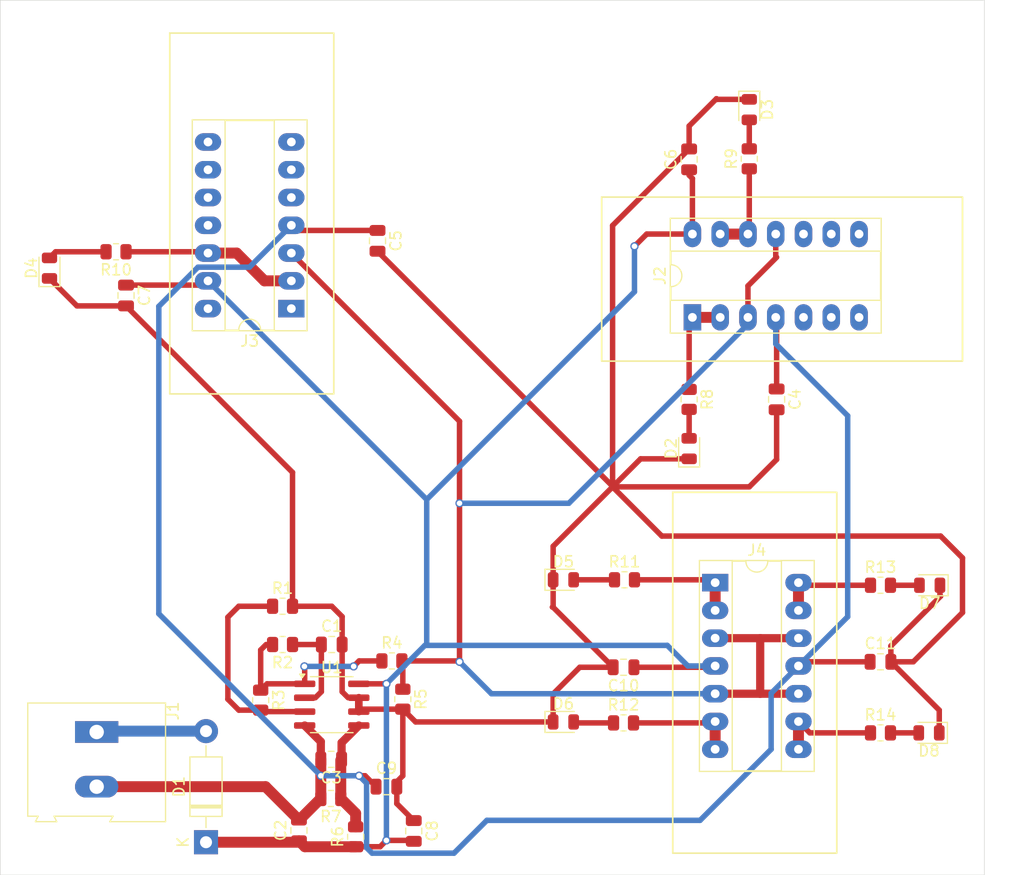
<source format=kicad_pcb>
(kicad_pcb (version 20240108) (generator "pcbnew") (generator_version "8.0")
  (layers (0 "F.Cu" mixed) (31 "B.Cu" mixed) (34 "B.Paste" user) (35 "F.Paste" user) (36 "B.SilkS" user "B.Silkscreen") (37 "F.SilkS" user "F.Silkscreen") (38 "B.Mask" user) (39 "F.Mask" user) (44 "Edge.Cuts" user))
  (net 0 "")
  (net 1 "Net-(U1A--)")
  (net 2 "Vgnd")
  (net 3 "Vneg")
  (net 4 "Vpos")
  (net 5 "Net-(U1B-+)")
  (net 6 "Net-(D1-A)")
  (net 7 "Net-(D3-AK)")
  (net 8 "Net-(D4-AK)")
  (net 9 "Net-(D5-AK)")
  (net 10 "Net-(D6-AK)")
  (net 11 "Net-(D7-AK)")
  (net 12 "Net-(D8-AK)")
  (net 13 "Net-(J2-Pin_1)")
  (net 14 "Net-(J2-Pin_12)")
  (net 26 "Net-(J3-Pin_12)")
  (net 31 "Net-(J4-Pin_13)")
  (net 32 "Net-(J4-Pin_1)")
  (net 33 "Net-(J4-Pin_6)")
  (net 34 "Net-(J4-Pin_8)")
  (net 35 "Net-(U1A-+)")
  (net 36 "Net-(R2-Pad2)")
  (net 37 "Net-(D2-AK)")
  (net 38 "+VSW")
  (footprint "Resistor_SMD:R_0805_2012Metric" (layer "F.Cu") (at 129 114)
    (property "Reference" "R14" (at 0 -1.65 0) (layer "F.SilkS"))
    (property "Value" "1k")
    (fp_line (start -0.227064 -0.735) (end 0.227064 -0.735) (stroke (width 0.12)) (layer "F.SilkS"))
    (fp_line (start -0.227064 0.735) (end 0.227064 0.735) (stroke (width 0.12)) (layer "F.SilkS"))
    (pad "1" smd roundrect (at -0.9125 0) (size 1.025 1.4) (layers "F.Cu" "F.Paste" "F.Mask") (roundrect_rratio 0.243902) (net 34 "Net-(J4-Pin_8)"))
    (pad "2" smd roundrect (at 0.9125 0) (size 1.025 1.4) (layers "F.Cu" "F.Paste" "F.Mask") (roundrect_rratio 0.243902) (net 12 "Net-(D8-AK)"))
  )
  (footprint "Capacitor_SMD:C_0805_2012Metric" (layer "F.Cu") (at 60 74 -90)
    (property "Reference" "C7" (at 0 -1.68 90) (layer "F.SilkS"))
    (property "Value" "0.1uF")
    (fp_line (start -0.261252 0.735) (end 0.261252 0.735) (stroke (width 0.12)) (layer "F.SilkS"))
    (fp_line (start -0.261252 -0.735) (end 0.261252 -0.735) (stroke (width 0.12)) (layer "F.SilkS"))
    (pad "1" smd roundrect (at -0.95 0 270) (size 1 1.45) (layers "F.Cu" "F.Paste" "F.Mask") (net 4 "Vpos"))
    (pad "2" smd roundrect (at 0.95 0 270) (size 1 1.45) (layers "F.Cu" "F.Paste" "F.Mask") (net 2 "Vgnd"))
  )
  (footprint "Capacitor_SMD:C_0805_2012Metric" (layer "F.Cu") (at 75.815 122.92 90)
    (property "Reference" "C2" (at 0 -1.68 90) (layer "F.SilkS"))
    (property "Value" "0.1uF")
    (fp_line (start -0.261252 -0.735) (end 0.261252 -0.735) (stroke (width 0.12)) (layer "F.SilkS"))
    (fp_line (start -0.261252 0.735) (end 0.261252 0.735) (stroke (width 0.12)) (layer "F.SilkS"))
    (pad "1" smd roundrect (at -0.95 0 90) (size 1 1.45) (layers "F.Cu" "F.Paste" "F.Mask") (net 4 "Vpos"))
    (pad "2" smd roundrect (at 0.95 0 90) (size 1 1.45) (layers "F.Cu" "F.Paste" "F.Mask") (net 3 "Vneg"))
  )
  (footprint "LED_SMD:LED_0805_2012Metric" (layer "F.Cu") (at 111.5 88 90)
    (property "Reference" "D2" (at 0 -1.65 90) (layer "F.SilkS"))
    (property "Value" "LED_Dual_Bidirectional")
    (fp_line (start 1 -0.96) (end -1.685 -0.96) (stroke (width 0.12)) (layer "F.SilkS"))
    (fp_line (start -1.685 -0.96) (end -1.685 0.96) (stroke (width 0.12)) (layer "F.SilkS"))
    (fp_line (start -1.685 0.96) (end 1 0.96) (stroke (width 0.12)) (layer "F.SilkS"))
    (pad "1" smd roundrect (at -0.9375 0 90) (size 0.975 1.4) (layers "F.Cu" "F.Paste" "F.Mask") (net 2 "Vgnd"))
    (pad "2" smd roundrect (at 0.9375 0 90) (size 0.975 1.4) (layers "F.Cu" "F.Paste" "F.Mask") (net 37 "Net-(D2-AK)"))
  )
  (footprint "Package_SO:SOIC-8_3.9x4.9mm_P1.27mm" (layer "F.Cu") (at 78.815 111.42)
    (property "Reference" "U1" (at 0 -3.4 0) (layer "F.SilkS"))
    (property "Value" "TL072")
    (fp_line (start 0 -2.56) (end -1.95 -2.56) (stroke (width 0.12)) (layer "F.SilkS"))
    (fp_line (start 0 -2.56) (end 1.95 -2.56) (stroke (width 0.12)) (layer "F.SilkS"))
    (fp_line (start 0 2.56) (end -1.95 2.56) (stroke (width 0.12)) (layer "F.SilkS"))
    (fp_line (start 0 2.56) (end 1.95 2.56) (stroke (width 0.12)) (layer "F.SilkS"))
    (fp_poly (pts (xy -2.7 -2.465) (xy -2.94 -2.795) (xy -2.46 -2.795) (xy -2.7 -2.465)) (stroke (width 0.12)) (fill solid) (layer "F.SilkS"))
    (pad "1" smd roundrect (at -2.475 -1.905) (size 1.95 0.6) (layers "F.Cu" "F.Paste" "F.Mask") (net 36 "Net-(R2-Pad2)"))
    (pad "2" smd roundrect (at -2.475 -0.635) (size 1.95 0.6) (layers "F.Cu" "F.Paste" "F.Mask") (net 1 "Net-(U1A--)"))
    (pad "3" smd roundrect (at -2.475 0.635) (size 1.95 0.6) (layers "F.Cu" "F.Paste" "F.Mask") (net 35 "Net-(U1A-+)"))
    (pad "4" smd roundrect (at -2.475 1.905) (size 1.95 0.6) (layers "F.Cu" "F.Paste" "F.Mask") (net 3 "Vneg"))
    (pad "5" smd roundrect (at 2.475 1.905) (size 1.95 0.6) (layers "F.Cu" "F.Paste" "F.Mask") (net 5 "Net-(U1B-+)"))
    (pad "6" smd roundrect (at 2.475 0.635) (size 1.95 0.6) (layers "F.Cu" "F.Paste" "F.Mask") (net 2 "Vgnd"))
    (pad "7" smd roundrect (at 2.475 -0.635) (size 1.95 0.6) (layers "F.Cu" "F.Paste" "F.Mask") (net 2 "Vgnd"))
    (pad "8" smd roundrect (at 2.475 -1.905) (size 1.95 0.6) (layers "F.Cu" "F.Paste" "F.Mask") (net 4 "Vpos"))
  )
  (footprint "Package_DIP:CERDIP-14_W7.62mm_SideBrazed_LongPads_Socket" (layer "F.Cu") (at 75.12 75.2 180)
    (property "Reference" "J3" (at 3.81 -2.965 0) (layer "F.SilkS"))
    (property "Value" "x1 OpAmp ZIF")
    (fp_line (start 9.06 17.265) (end 9.06 -2.025) (stroke (width 0.12)) (layer "F.SilkS"))
    (fp_line (start 9.06 -2.025) (end -1.44 -2.025) (stroke (width 0.12)) (layer "F.SilkS"))
    (fp_line (start 6.06 17.205) (end 6.06 -1.965) (stroke (width 0.12)) (layer "F.SilkS"))
    (fp_line (start 6.06 -1.965) (end 4.81 -1.965) (stroke (width 0.12)) (layer "F.SilkS"))
    (fp_line (start 2.81 -1.965) (end 1.56 -1.965) (stroke (width 0.12)) (layer "F.SilkS"))
    (fp_line (start 1.56 17.205) (end 6.06 17.205) (stroke (width 0.12)) (layer "F.SilkS"))
    (fp_line (start 1.56 -1.965) (end 1.56 17.205) (stroke (width 0.12)) (layer "F.SilkS"))
    (fp_line (start -1.44 17.265) (end 9.06 17.265) (stroke (width 0.12)) (layer "F.SilkS"))
    (fp_line (start -1.44 -2.025) (end -1.44 17.265) (stroke (width 0.12)) (layer "F.SilkS"))
    (fp_arc (start 4.81 -1.965) (mid 3.81 -0.965) (end 2.81 -1.965) (stroke (width 0.12)) (layer "F.SilkS"))
    (pad "1" thru_hole rect (at 0 0 180) (size 2.4 1.6) (drill 0.8) (layers "*.Cu" "*.Mask"))
    (pad "2" thru_hole oval (at 0 2.54 180) (size 2.4 1.6) (drill 0.8) (layers "*.Cu" "*.Mask") (net 26 "Net-(J3-Pin_12)"))
    (pad "3" thru_hole oval (at 0 5.08 180) (size 2.4 1.6) (drill 0.8) (layers "*.Cu" "*.Mask") (net 38 "+VSW"))
    (pad "4" thru_hole oval (at 0 7.62 180) (size 2.4 1.6) (drill 0.8) (layers "*.Cu" "*.Mask") (net 3 "Vneg"))
    (pad "5" thru_hole oval (at 0 10.16 180) (size 2.4 1.6) (drill 0.8) (layers "*.Cu" "*.Mask"))
    (pad "6" thru_hole oval (at 0 12.7 180) (size 2.4 1.6) (drill 0.8) (layers "*.Cu" "*.Mask"))
    (pad "7" thru_hole oval (at 0 15.24 180) (size 2.4 1.6) (drill 0.8) (layers "*.Cu" "*.Mask"))
    (pad "8" thru_hole oval (at 7.62 15.24 180) (size 2.4 1.6) (drill 0.8) (layers "*.Cu" "*.Mask"))
    (pad "9" thru_hole oval (at 7.62 12.7 180) (size 2.4 1.6) (drill 0.8) (layers "*.Cu" "*.Mask"))
    (pad "10" thru_hole oval (at 7.62 10.16 180) (size 2.4 1.6) (drill 0.8) (layers "*.Cu" "*.Mask"))
    (pad "11" thru_hole oval (at 7.62 7.62 180) (size 2.4 1.6) (drill 0.8) (layers "*.Cu" "*.Mask"))
    (pad "12" thru_hole oval (at 7.62 5.08 180) (size 2.4 1.6) (drill 0.8) (layers "*.Cu" "*.Mask") (net 26 "Net-(J3-Pin_12)"))
    (pad "13" thru_hole oval (at 7.62 2.54 180) (size 2.4 1.6) (drill 0.8) (layers "*.Cu" "*.Mask") (net 4 "Vpos"))
    (pad "14" thru_hole oval (at 7.62 0 180) (size 2.4 1.6) (drill 0.8) (layers "*.Cu" "*.Mask"))
  )
  (footprint "Resistor_SMD:R_0805_2012Metric" (layer "F.Cu") (at 74.315 102.42)
    (property "Reference" "R1" (at 0 -1.65 0) (layer "F.SilkS"))
    (property "Value" "10k")
    (fp_line (start -0.227064 -0.735) (end 0.227064 -0.735) (stroke (width 0.12)) (layer "F.SilkS"))
    (fp_line (start -0.227064 0.735) (end 0.227064 0.735) (stroke (width 0.12)) (layer "F.SilkS"))
    (pad "1" smd roundrect (at -0.9125 0) (size 1.025 1.4) (layers "F.Cu" "F.Paste" "F.Mask") (roundrect_rratio 0.243902) (net 35 "Net-(U1A-+)"))
    (pad "2" smd roundrect (at 0.9125 0) (size 1.025 1.4) (layers "F.Cu" "F.Paste" "F.Mask") (roundrect_rratio 0.243902) (net 2 "Vgnd"))
  )
  (footprint "LED_SMD:LED_0805_2012Metric" (layer "F.Cu") (at 53 71.5 90)
    (property "Reference" "D4" (at 0 -1.65 90) (layer "F.SilkS"))
    (property "Value" "LED_Dual_Bidirectional")
    (fp_line (start 1 -0.96) (end -1.685 -0.96) (stroke (width 0.12)) (layer "F.SilkS"))
    (fp_line (start -1.685 -0.96) (end -1.685 0.96) (stroke (width 0.12)) (layer "F.SilkS"))
    (fp_line (start -1.685 0.96) (end 1 0.96) (stroke (width 0.12)) (layer "F.SilkS"))
    (pad "1" smd roundrect (at -0.9375 0 90) (size 0.975 1.4) (layers "F.Cu" "F.Paste" "F.Mask") (net 2 "Vgnd"))
    (pad "2" smd roundrect (at 0.9375 0 90) (size 0.975 1.4) (layers "F.Cu" "F.Paste" "F.Mask") (net 8 "Net-(D4-AK)"))
  )
  (footprint "Resistor_SMD:R_0805_2012Metric" (layer "F.Cu") (at 78.7275 120 180)
    (property "Reference" "R7" (at 0 -1.65 0) (layer "F.SilkS"))
    (property "Value" "47k")
    (fp_line (start -0.227064 0.735) (end 0.227064 0.735) (stroke (width 0.12)) (layer "F.SilkS"))
    (fp_line (start -0.227064 -0.735) (end 0.227064 -0.735) (stroke (width 0.12)) (layer "F.SilkS"))
    (pad "1" smd roundrect (at -0.9125 0 180) (size 1.025 1.4) (layers "F.Cu" "F.Paste" "F.Mask") (roundrect_rratio 0.243902) (net 5 "Net-(U1B-+)"))
    (pad "2" smd roundrect (at 0.9125 0 180) (size 1.025 1.4) (layers "F.Cu" "F.Paste" "F.Mask") (roundrect_rratio 0.243902) (net 3 "Vneg"))
  )
  (footprint "LED_SMD:LED_0805_2012Metric" (layer "F.Cu") (at 117 57 -90)
    (property "Reference" "D3" (at 0 -1.65 90) (layer "F.SilkS"))
    (property "Value" "LED_Dual_Bidirectional")
    (fp_line (start -1.685 0.96) (end 1 0.96) (stroke (width 0.12)) (layer "F.SilkS"))
    (fp_line (start -1.685 -0.96) (end -1.685 0.96) (stroke (width 0.12)) (layer "F.SilkS"))
    (fp_line (start 1 -0.96) (end -1.685 -0.96) (stroke (width 0.12)) (layer "F.SilkS"))
    (pad "1" smd roundrect (at -0.9375 0 270) (size 0.975 1.4) (layers "F.Cu" "F.Paste" "F.Mask") (net 2 "Vgnd"))
    (pad "2" smd roundrect (at 0.9375 0 270) (size 0.975 1.4) (layers "F.Cu" "F.Paste" "F.Mask") (net 7 "Net-(D3-AK)"))
  )
  (footprint "Resistor_SMD:R_0805_2012Metric" (layer "F.Cu") (at 117 61.5 90)
    (property "Reference" "R9" (at 0 -1.65 90) (layer "F.SilkS"))
    (property "Value" "1k")
    (fp_line (start -0.227064 -0.735) (end 0.227064 -0.735) (stroke (width 0.12)) (layer "F.SilkS"))
    (fp_line (start -0.227064 0.735) (end 0.227064 0.735) (stroke (width 0.12)) (layer "F.SilkS"))
    (pad "1" smd roundrect (at -0.9125 0 90) (size 1.025 1.4) (layers "F.Cu" "F.Paste" "F.Mask") (roundrect_rratio 0.243902) (net 14 "Net-(J2-Pin_12)"))
    (pad "2" smd roundrect (at 0.9125 0 90) (size 1.025 1.4) (layers "F.Cu" "F.Paste" "F.Mask") (roundrect_rratio 0.243902) (net 7 "Net-(D3-AK)"))
  )
  (footprint "Capacitor_SMD:C_0805_2012Metric" (layer "F.Cu") (at 119.5 83.5 -90)
    (property "Reference" "C4" (at 0 -1.68 90) (layer "F.SilkS"))
    (property "Value" "0.1uF")
    (fp_line (start -0.261252 0.735) (end 0.261252 0.735) (stroke (width 0.12)) (layer "F.SilkS"))
    (fp_line (start -0.261252 -0.735) (end 0.261252 -0.735) (stroke (width 0.12)) (layer "F.SilkS"))
    (pad "1" smd roundrect (at -0.95 0 270) (size 1 1.45) (layers "F.Cu" "F.Paste" "F.Mask") (net 3 "Vneg"))
    (pad "2" smd roundrect (at 0.95 0 270) (size 1 1.45) (layers "F.Cu" "F.Paste" "F.Mask") (net 2 "Vgnd"))
  )
  (footprint "Resistor_SMD:R_0805_2012Metric" (layer "F.Cu") (at 105.5875 100)
    (property "Reference" "R11" (at 0 -1.65 0) (layer "F.SilkS"))
    (property "Value" "1k")
    (fp_line (start -0.227064 -0.735) (end 0.227064 -0.735) (stroke (width 0.12)) (layer "F.SilkS"))
    (fp_line (start -0.227064 0.735) (end 0.227064 0.735) (stroke (width 0.12)) (layer "F.SilkS"))
    (pad "1" smd roundrect (at -0.9125 0) (size 1.025 1.4) (layers "F.Cu" "F.Paste" "F.Mask") (roundrect_rratio 0.243902) (net 9 "Net-(D5-AK)"))
    (pad "2" smd roundrect (at 0.9125 0) (size 1.025 1.4) (layers "F.Cu" "F.Paste" "F.Mask") (roundrect_rratio 0.243902) (net 32 "Net-(J4-Pin_1)"))
  )
  (footprint "Capacitor_SMD:C_0805_2012Metric" (layer "F.Cu") (at 105.5 108 180)
    (property "Reference" "C10" (at 0 -1.68 0) (layer "F.SilkS"))
    (property "Value" "0.1uF")
    (fp_line (start -0.261252 0.735) (end 0.261252 0.735) (stroke (width 0.12)) (layer "F.SilkS"))
    (fp_line (start -0.261252 -0.735) (end 0.261252 -0.735) (stroke (width 0.12)) (layer "F.SilkS"))
    (pad "1" smd roundrect (at -0.95 0 180) (size 1 1.45) (layers "F.Cu" "F.Paste" "F.Mask") (net 4 "Vpos"))
    (pad "2" smd roundrect (at 0.95 0 180) (size 1 1.45) (layers "F.Cu" "F.Paste" "F.Mask") (net 2 "Vgnd"))
  )
  (footprint "Capacitor_SMD:C_0805_2012Metric" (layer "F.Cu") (at 78.765 116.42 180)
    (property "Reference" "C3" (at 0 -1.68 0) (layer "F.SilkS"))
    (property "Value" "0.1uF")
    (fp_line (start -0.261252 0.735) (end 0.261252 0.735) (stroke (width 0.12)) (layer "F.SilkS"))
    (fp_line (start -0.261252 -0.735) (end 0.261252 -0.735) (stroke (width 0.12)) (layer "F.SilkS"))
    (pad "1" smd roundrect (at -0.95 0 180) (size 1 1.45) (layers "F.Cu" "F.Paste" "F.Mask") (net 5 "Net-(U1B-+)"))
    (pad "2" smd roundrect (at 0.95 0 180) (size 1 1.45) (layers "F.Cu" "F.Paste" "F.Mask") (net 3 "Vneg"))
  )
  (footprint "Resistor_SMD:R_0805_2012Metric" (layer "F.Cu") (at 111.5 83.5 -90)
    (property "Reference" "R8" (at 0 -1.65 90) (layer "F.SilkS"))
    (property "Value" "1k")
    (fp_line (start -0.227064 0.735) (end 0.227064 0.735) (stroke (width 0.12)) (layer "F.SilkS"))
    (fp_line (start -0.227064 -0.735) (end 0.227064 -0.735) (stroke (width 0.12)) (layer "F.SilkS"))
    (pad "1" smd roundrect (at -0.9125 0 270) (size 1.025 1.4) (layers "F.Cu" "F.Paste" "F.Mask") (roundrect_rratio 0.243902) (net 13 "Net-(J2-Pin_1)"))
    (pad "2" smd roundrect (at 0.9125 0 270) (size 1.025 1.4) (layers "F.Cu" "F.Paste" "F.Mask") (roundrect_rratio 0.243902) (net 37 "Net-(D2-AK)"))
  )
  (footprint "Capacitor_SMD:C_0805_2012Metric" (layer "F.Cu") (at 129 107.5)
    (property "Reference" "C11" (at 0 -1.68 0) (layer "F.SilkS"))
    (property "Value" "0.1uF")
    (fp_line (start -0.261252 -0.735) (end 0.261252 -0.735) (stroke (width 0.12)) (layer "F.SilkS"))
    (fp_line (start -0.261252 0.735) (end 0.261252 0.735) (stroke (width 0.12)) (layer "F.SilkS"))
    (pad "1" smd roundrect (at -0.95 0) (size 1 1.45) (layers "F.Cu" "F.Paste" "F.Mask") (net 3 "Vneg"))
    (pad "2" smd roundrect (at 0.95 0) (size 1 1.45) (layers "F.Cu" "F.Paste" "F.Mask") (net 2 "Vgnd"))
  )
  (footprint "LED_SMD:LED_0805_2012Metric" (layer "F.Cu") (at 133.5 100.5 180)
    (property "Reference" "D7" (at 0 -1.65 0) (layer "F.SilkS"))
    (property "Value" "LED_Dual_Bidirectional")
    (fp_line (start 1 -0.96) (end -1.685 -0.96) (stroke (width 0.12)) (layer "F.SilkS"))
    (fp_line (start -1.685 0.96) (end 1 0.96) (stroke (width 0.12)) (layer "F.SilkS"))
    (fp_line (start -1.685 -0.96) (end -1.685 0.96) (stroke (width 0.12)) (layer "F.SilkS"))
    (pad "1" smd roundrect (at -0.9375 0 180) (size 0.975 1.4) (layers "F.Cu" "F.Paste" "F.Mask") (net 2 "Vgnd"))
    (pad "2" smd roundrect (at 0.9375 0 180) (size 0.975 1.4) (layers "F.Cu" "F.Paste" "F.Mask") (net 11 "Net-(D7-AK)"))
  )
  (footprint "Capacitor_SMD:C_0805_2012Metric" (layer "F.Cu") (at 83.815 118.92)
    (property "Reference" "C9" (at 0 -1.68 0) (layer "F.SilkS"))
    (property "Value" "0.1uF")
    (fp_line (start -0.261252 -0.735) (end 0.261252 -0.735) (stroke (width 0.12)) (layer "F.SilkS"))
    (fp_line (start -0.261252 0.735) (end 0.261252 0.735) (stroke (width 0.12)) (layer "F.SilkS"))
    (pad "1" smd roundrect (at -0.95 0) (size 1 1.45) (layers "F.Cu" "F.Paste" "F.Mask") (net 3 "Vneg"))
    (pad "2" smd roundrect (at 0.95 0) (size 1 1.45) (layers "F.Cu" "F.Paste" "F.Mask") (net 2 "Vgnd"))
  )
  (footprint "Resistor_SMD:R_0805_2012Metric" (layer "F.Cu") (at 105.5 113.0875)
    (property "Reference" "R12" (at 0 -1.65 0) (layer "F.SilkS"))
    (property "Value" "1k")
    (fp_line (start -0.227064 -0.735) (end 0.227064 -0.735) (stroke (width 0.12)) (layer "F.SilkS"))
    (fp_line (start -0.227064 0.735) (end 0.227064 0.735) (stroke (width 0.12)) (layer "F.SilkS"))
    (pad "1" smd roundrect (at -0.9125 0) (size 1.025 1.4) (layers "F.Cu" "F.Paste" "F.Mask") (roundrect_rratio 0.243902) (net 10 "Net-(D6-AK)"))
    (pad "2" smd roundrect (at 0.9125 0) (size 1.025 1.4) (layers "F.Cu" "F.Paste" "F.Mask") (roundrect_rratio 0.243902) (net 33 "Net-(J4-Pin_6)"))
  )
  (footprint "Diode_THT:D_DO-41_SOD81_P10.16mm_Horizontal" (layer "F.Cu") (at 67.315 124 90)
    (property "Reference" "D1" (at 5.08 -2.47 90) (layer "F.SilkS"))
    (property "Value" "1N4002")
    (fp_line (start 7.8 -1.47) (end 2.36 -1.47) (stroke (width 0.12)) (layer "F.SilkS"))
    (fp_line (start 3.38 -1.47) (end 3.38 1.47) (stroke (width 0.12)) (layer "F.SilkS"))
    (fp_line (start 3.26 -1.47) (end 3.26 1.47) (stroke (width 0.12)) (layer "F.SilkS"))
    (fp_line (start 3.14 -1.47) (end 3.14 1.47) (stroke (width 0.12)) (layer "F.SilkS"))
    (fp_line (start 2.36 -1.47) (end 2.36 1.47) (stroke (width 0.12)) (layer "F.SilkS"))
    (fp_line (start 8.82 0) (end 7.8 0) (stroke (width 0.12)) (layer "F.SilkS"))
    (fp_line (start 1.34 0) (end 2.36 0) (stroke (width 0.12)) (layer "F.SilkS"))
    (fp_line (start 7.8 1.47) (end 7.8 -1.47) (stroke (width 0.12)) (layer "F.SilkS"))
    (fp_line (start 2.36 1.47) (end 7.8 1.47) (stroke (width 0.12)) (layer "F.SilkS"))
    (fp_text user "K" (at 0 -2.1 90) (layer "F.SilkS"))
    (pad "1" thru_hole rect (at 0 0 90) (size 2.2 2.2) (drill 1.1) (layers "*.Cu" "*.Mask") (net 4 "Vpos"))
    (pad "2" thru_hole oval (at 10.16 0 90) (size 2.2 2.2) (drill 1.1) (layers "*.Cu" "*.Mask") (net 6 "Net-(D1-A)"))
  )
  (footprint "Capacitor_SMD:C_0805_2012Metric" (layer "F.Cu") (at 78.815 105.92)
    (property "Reference" "C1" (at 0 -1.68 0) (layer "F.SilkS"))
    (property "Value" "1uF")
    (fp_line (start -0.261252 -0.735) (end 0.261252 -0.735) (stroke (width 0.12)) (layer "F.SilkS"))
    (fp_line (start -0.261252 0.735) (end 0.261252 0.735) (stroke (width 0.12)) (layer "F.SilkS"))
    (pad "1" smd roundrect (at -0.95 0) (size 1 1.45) (layers "F.Cu" "F.Paste" "F.Mask") (net 1 "Net-(U1A--)"))
    (pad "2" smd roundrect (at 0.95 0) (size 1 1.45) (layers "F.Cu" "F.Paste" "F.Mask") (net 2 "Vgnd"))
  )
  (footprint "LED_SMD:LED_0805_2012Metric" (layer "F.Cu") (at 100 113)
    (property "Reference" "D6" (at 0 -1.65 0) (layer "F.SilkS"))
    (property "Value" "LED_Dual_Bidirectional")
    (fp_line (start -1.685 -0.96) (end -1.685 0.96) (stroke (width 0.12)) (layer "F.SilkS"))
    (fp_line (start -1.685 0.96) (end 1 0.96) (stroke (width 0.12)) (layer "F.SilkS"))
    (fp_line (start 1 -0.96) (end -1.685 -0.96) (stroke (width 0.12)) (layer "F.SilkS"))
    (pad "1" smd roundrect (at -0.9375 0) (size 0.975 1.4) (layers "F.Cu" "F.Paste" "F.Mask") (net 2 "Vgnd"))
    (pad "2" smd roundrect (at 0.9375 0) (size 0.975 1.4) (layers "F.Cu" "F.Paste" "F.Mask") (net 10 "Net-(D6-AK)"))
  )
  (footprint "Package_DIP:CERDIP-14_W7.62mm_SideBrazed_LongPads_Socket" (layer "F.Cu") (at 113.88 100.26)
    (property "Reference" "J4" (at 3.81 -2.965 0) (layer "F.SilkS"))
    (property "Value" "x4 OpAmp ZIF")
    (fp_line (start -1.44 -2.025) (end -1.44 17.265) (stroke (width 0.12)) (layer "F.SilkS"))
    (fp_line (start -1.44 17.265) (end 9.06 17.265) (stroke (width 0.12)) (layer "F.SilkS"))
    (fp_line (start 1.56 -1.965) (end 1.56 17.205) (stroke (width 0.12)) (layer "F.SilkS"))
    (fp_line (start 1.56 17.205) (end 6.06 17.205) (stroke (width 0.12)) (layer "F.SilkS"))
    (fp_line (start 2.81 -1.965) (end 1.56 -1.965) (stroke (width 0.12)) (layer "F.SilkS"))
    (fp_line (start 6.06 -1.965) (end 4.81 -1.965) (stroke (width 0.12)) (layer "F.SilkS"))
    (fp_line (start 6.06 17.205) (end 6.06 -1.965) (stroke (width 0.12)) (layer "F.SilkS"))
    (fp_line (start 9.06 -2.025) (end -1.44 -2.025) (stroke (width 0.12)) (layer "F.SilkS"))
    (fp_line (start 9.06 17.265) (end 9.06 -2.025) (stroke (width 0.12)) (layer "F.SilkS"))
    (fp_arc (start 4.81 -1.965) (mid 3.81 -0.965) (end 2.81 -1.965) (stroke (width 0.12)) (layer "F.SilkS"))
    (pad "1" thru_hole rect (at 0 0) (size 2.4 1.6) (drill 0.8) (layers "*.Cu" "*.Mask") (net 32 "Net-(J4-Pin_1)"))
    (pad "2" thru_hole oval (at 0 2.54) (size 2.4 1.6) (drill 0.8) (layers "*.Cu" "*.Mask") (net 32 "Net-(J4-Pin_1)"))
    (pad "3" thru_hole oval (at 0 5.08) (size 2.4 1.6) (drill 0.8) (layers "*.Cu" "*.Mask") (net 38 "+VSW"))
    (pad "4" thru_hole oval (at 0 7.62) (size 2.4 1.6) (drill 0.8) (layers "*.Cu" "*.Mask") (net 4 "Vpos"))
    (pad "5" thru_hole oval (at 0 10.16) (size 2.4 1.6) (drill 0.8) (layers "*.Cu" "*.Mask") (net 38 "+VSW"))
    (pad "6" thru_hole oval (at 0 12.7) (size 2.4 1.6) (drill 0.8) (layers "*.Cu" "*.Mask") (net 33 "Net-(J4-Pin_6)"))
    (pad "7" thru_hole oval (at 0 15.24) (size 2.4 1.6) (drill 0.8) (layers "*.Cu" "*.Mask") (net 33 "Net-(J4-Pin_6)"))
    (pad "8" thru_hole oval (at 7.62 15.24) (size 2.4 1.6) (drill 0.8) (layers "*.Cu" "*.Mask") (net 34 "Net-(J4-Pin_8)"))
    (pad "9" thru_hole oval (at 7.62 12.7) (size 2.4 1.6) (drill 0.8) (layers "*.Cu" "*.Mask") (net 34 "Net-(J4-Pin_8)"))
    (pad "10" thru_hole oval (at 7.62 10.16) (size 2.4 1.6) (drill 0.8) (layers "*.Cu" "*.Mask") (net 38 "+VSW"))
    (pad "11" thru_hole oval (at 7.62 7.62) (size 2.4 1.6) (drill 0.8) (layers "*.Cu" "*.Mask") (net 3 "Vneg"))
    (pad "12" thru_hole oval (at 7.62 5.08) (size 2.4 1.6) (drill 0.8) (layers "*.Cu" "*.Mask") (net 38 "+VSW"))
    (pad "13" thru_hole oval (at 7.62 2.54) (size 2.4 1.6) (drill 0.8) (layers "*.Cu" "*.Mask") (net 31 "Net-(J4-Pin_13)"))
    (pad "14" thru_hole oval (at 7.62 0) (size 2.4 1.6) (drill 0.8) (layers "*.Cu" "*.Mask") (net 31 "Net-(J4-Pin_13)"))
  )
  (footprint "Resistor_SMD:R_0805_2012Metric" (layer "F.Cu") (at 84.315 107.42)
    (property "Reference" "R4" (at 0 -1.65 0) (layer "F.SilkS"))
    (property "Value" "2.7k")
    (fp_line (start -0.227064 -0.735) (end 0.227064 -0.735) (stroke (width 0.12)) (layer "F.SilkS"))
    (fp_line (start -0.227064 0.735) (end 0.227064 0.735) (stroke (width 0.12)) (layer "F.SilkS"))
    (pad "1" smd roundrect (at -0.9125 0) (size 1.025 1.4) (layers "F.Cu" "F.Paste" "F.Mask") (roundrect_rratio 0.243902) (net 36 "Net-(R2-Pad2)"))
    (pad "2" smd roundrect (at 0.9125 0) (size 1.025 1.4) (layers "F.Cu" "F.Paste" "F.Mask") (roundrect_rratio 0.243902) (net 38 "+VSW"))
  )
  (footprint "LED_SMD:LED_0805_2012Metric" (layer "F.Cu") (at 133.4375 114 180)
    (property "Reference" "D8" (at 0 -1.65 0) (layer "F.SilkS"))
    (property "Value" "LED_Dual_Bidirectional")
    (fp_line (start 1 -0.96) (end -1.685 -0.96) (stroke (width 0.12)) (layer "F.SilkS"))
    (fp_line (start -1.685 0.96) (end 1 0.96) (stroke (width 0.12)) (layer "F.SilkS"))
    (fp_line (start -1.685 -0.96) (end -1.685 0.96) (stroke (width 0.12)) (layer "F.SilkS"))
    (pad "1" smd roundrect (at -0.9375 0 180) (size 0.975 1.4) (layers "F.Cu" "F.Paste" "F.Mask") (net 2 "Vgnd"))
    (pad "2" smd roundrect (at 0.9375 0 180) (size 0.975 1.4) (layers "F.Cu" "F.Paste" "F.Mask") (net 12 "Net-(D8-AK)"))
  )
  (footprint "Package_DIP:CERDIP-14_W7.62mm_SideBrazed_LongPads_Socket" (layer "F.Cu") (at 111.8 76 90)
    (property "Reference" "J2" (at 3.81 -2.965 90) (layer "F.SilkS"))
    (property "Value" "x2 OpAmp ZIF")
    (fp_line (start 9.06 -2.025) (end -1.44 -2.025) (stroke (width 0.12)) (layer "F.SilkS"))
    (fp_line (start -1.44 -2.025) (end -1.44 17.265) (stroke (width 0.12)) (layer "F.SilkS"))
    (fp_line (start 6.06 -1.965) (end 4.81 -1.965) (stroke (width 0.12)) (layer "F.SilkS"))
    (fp_line (start 2.81 -1.965) (end 1.56 -1.965) (stroke (width 0.12)) (layer "F.SilkS"))
    (fp_line (start 1.56 -1.965) (end 1.56 17.205) (stroke (width 0.12)) (layer "F.SilkS"))
    (fp_line (start 6.06 17.205) (end 6.06 -1.965) (stroke (width 0.12)) (layer "F.SilkS"))
    (fp_line (start 1.56 17.205) (end 6.06 17.205) (stroke (width 0.12)) (layer "F.SilkS"))
    (fp_line (start 9.06 17.265) (end 9.06 -2.025) (stroke (width 0.12)) (layer "F.SilkS"))
    (fp_line (start -1.44 17.265) (end 9.06 17.265) (stroke (width 0.12)) (layer "F.SilkS"))
    (fp_arc (start 4.81 -1.965) (mid 3.81 -0.965) (end 2.81 -1.965) (stroke (width 0.12)) (layer "F.SilkS"))
    (pad "1" thru_hole rect (at 0 0 90) (size 2.4 1.6) (drill 0.8) (layers "*.Cu" "*.Mask") (net 13 "Net-(J2-Pin_1)"))
    (pad "2" thru_hole oval (at 0 2.54 90) (size 2.4 1.6) (drill 0.8) (layers "*.Cu" "*.Mask") (net 13 "Net-(J2-Pin_1)"))
    (pad "3" thru_hole oval (at 0 5.08 90) (size 2.4 1.6) (drill 0.8) (layers "*.Cu" "*.Mask") (net 38 "+VSW"))
    (pad "4" thru_hole oval (at 0 7.62 90) (size 2.4 1.6) (drill 0.8) (layers "*.Cu" "*.Mask") (net 3 "Vneg"))
    (pad "5" thru_hole oval (at 0 10.16 90) (size 2.4 1.6) (drill 0.8) (layers "*.Cu" "*.Mask"))
    (pad "6" thru_hole oval (at 0 12.7 90) (size 2.4 1.6) (drill 0.8) (layers "*.Cu" "*.Mask"))
    (pad "7" thru_hole oval (at 0 15.24 90) (size 2.4 1.6) (drill 0.8) (layers "*.Cu" "*.Mask"))
    (pad "8" thru_hole oval (at 7.62 15.24 90) (size 2.4 1.6) (drill 0.8) (layers "*.Cu" "*.Mask"))
    (pad "9" thru_hole oval (at 7.62 12.7 90) (size 2.4 1.6) (drill 0.8) (layers "*.Cu" "*.Mask"))
    (pad "10" thru_hole oval (at 7.62 10.16 90) (size 2.4 1.6) (drill 0.8) (layers "*.Cu" "*.Mask"))
    (pad "11" thru_hole oval (at 7.62 7.62 90) (size 2.4 1.6) (drill 0.8) (layers "*.Cu" "*.Mask") (net 38 "+VSW"))
    (pad "12" thru_hole oval (at 7.62 5.08 90) (size 2.4 1.6) (drill 0.8) (layers "*.Cu" "*.Mask") (net 14 "Net-(J2-Pin_12)"))
    (pad "13" thru_hole oval (at 7.62 2.54 90) (size 2.4 1.6) (drill 0.8) (layers "*.Cu" "*.Mask") (net 14 "Net-(J2-Pin_12)"))
    (pad "14" thru_hole oval (at 7.62 0 90) (size 2.4 1.6) (drill 0.8) (layers "*.Cu" "*.Mask") (net 4 "Vpos"))
  )
  (footprint "LED_SMD:LED_0805_2012Metric" (layer "F.Cu") (at 100 100)
    (property "Reference" "D5" (at 0 -1.65 0) (layer "F.SilkS"))
    (property "Value" "LED_Dual_Bidirectional")
    (fp_line (start -1.685 -0.96) (end -1.685 0.96) (stroke (width 0.12)) (layer "F.SilkS"))
    (fp_line (start -1.685 0.96) (end 1 0.96) (stroke (width 0.12)) (layer "F.SilkS"))
    (fp_line (start 1 -0.96) (end -1.685 -0.96) (stroke (width 0.12)) (layer "F.SilkS"))
    (pad "1" smd roundrect (at -0.9375 0) (size 0.975 1.4) (layers "F.Cu" "F.Paste" "F.Mask") (net 2 "Vgnd"))
    (pad "2" smd roundrect (at 0.9375 0) (size 0.975 1.4) (layers "F.Cu" "F.Paste" "F.Mask") (net 9 "Net-(D5-AK)"))
  )
  (footprint "Resistor_SMD:R_0805_2012Metric" (layer "F.Cu") (at 129 100.5)
    (property "Reference" "R13" (at 0 -1.65 0) (layer "F.SilkS"))
    (property "Value" "1k")
    (fp_line (start -0.227064 -0.735) (end 0.227064 -0.735) (stroke (width 0.12)) (layer "F.SilkS"))
    (fp_line (start -0.227064 0.735) (end 0.227064 0.735) (stroke (width 0.12)) (layer "F.SilkS"))
    (pad "1" smd roundrect (at -0.9125 0) (size 1.025 1.4) (layers "F.Cu" "F.Paste" "F.Mask") (roundrect_rratio 0.243902) (net 31 "Net-(J4-Pin_13)"))
    (pad "2" smd roundrect (at 0.9125 0) (size 1.025 1.4) (layers "F.Cu" "F.Paste" "F.Mask") (roundrect_rratio 0.243902) (net 11 "Net-(D7-AK)"))
  )
  (footprint "Resistor_SMD:R_0805_2012Metric" (layer "F.Cu") (at 59.0875 70 180)
    (property "Reference" "R10" (at 0 -1.65 0) (layer "F.SilkS"))
    (property "Value" "1k")
    (fp_line (start -0.227064 0.735) (end 0.227064 0.735) (stroke (width 0.12)) (layer "F.SilkS"))
    (fp_line (start -0.227064 -0.735) (end 0.227064 -0.735) (stroke (width 0.12)) (layer "F.SilkS"))
    (pad "1" smd roundrect (at -0.9125 0 180) (size 1.025 1.4) (layers "F.Cu" "F.Paste" "F.Mask") (roundrect_rratio 0.243902) (net 26 "Net-(J3-Pin_12)"))
    (pad "2" smd roundrect (at 0.9125 0 180) (size 1.025 1.4) (layers "F.Cu" "F.Paste" "F.Mask") (roundrect_rratio 0.243902) (net 8 "Net-(D4-AK)"))
  )
  (footprint "Capacitor_SMD:C_0805_2012Metric" (layer "F.Cu") (at 86.315 122.97 -90)
    (property "Reference" "C8" (at 0 -1.68 90) (layer "F.SilkS"))
    (property "Value" "0.1uF")
    (fp_line (start -0.261252 0.735) (end 0.261252 0.735) (stroke (width 0.12)) (layer "F.SilkS"))
    (fp_line (start -0.261252 -0.735) (end 0.261252 -0.735) (stroke (width 0.12)) (layer "F.SilkS"))
    (pad "1" smd roundrect (at -0.95 0 270) (size 1 1.45) (layers "F.Cu" "F.Paste" "F.Mask") (net 2 "Vgnd"))
    (pad "2" smd roundrect (at 0.95 0 270) (size 1 1.45) (layers "F.Cu" "F.Paste" "F.Mask") (net 4 "Vpos"))
  )
  (footprint "Resistor_SMD:R_0805_2012Metric" (layer "F.Cu") (at 74.315 105.92 180)
    (property "Reference" "R2" (at 0 -1.65 0) (layer "F.SilkS"))
    (property "Value" "100k")
    (fp_line (start -0.227064 0.735) (end 0.227064 0.735) (stroke (width 0.12)) (layer "F.SilkS"))
    (fp_line (start -0.227064 -0.735) (end 0.227064 -0.735) (stroke (width 0.12)) (layer "F.SilkS"))
    (pad "1" smd roundrect (at -0.9125 0 180) (size 1.025 1.4) (layers "F.Cu" "F.Paste" "F.Mask") (roundrect_rratio 0.243902) (net 1 "Net-(U1A--)"))
    (pad "2" smd roundrect (at 0.9125 0 180) (size 1.025 1.4) (layers "F.Cu" "F.Paste" "F.Mask") (roundrect_rratio 0.243902) (net 36 "Net-(R2-Pad2)"))
  )
  (footprint "Capacitor_SMD:C_0805_2012Metric" (layer "F.Cu") (at 83 69 -90)
    (property "Reference" "C5" (at 0 -1.68 90) (layer "F.SilkS"))
    (property "Value" "0.1uF")
    (fp_line (start -0.261252 0.735) (end 0.261252 0.735) (stroke (width 0.12)) (layer "F.SilkS"))
    (fp_line (start -0.261252 -0.735) (end 0.261252 -0.735) (stroke (width 0.12)) (layer "F.SilkS"))
    (pad "1" smd roundrect (at -0.95 0 270) (size 1 1.45) (layers "F.Cu" "F.Paste" "F.Mask") (net 3 "Vneg"))
    (pad "2" smd roundrect (at 0.95 0 270) (size 1 1.45) (layers "F.Cu" "F.Paste" "F.Mask") (net 2 "Vgnd"))
  )
  (footprint "Resistor_SMD:R_0805_2012Metric" (layer "F.Cu") (at 85.315 110.92 -90)
    (property "Reference" "R5" (at 0 -1.65 90) (layer "F.SilkS"))
    (property "Value" "10k")
    (fp_line (start -0.227064 0.735) (end 0.227064 0.735) (stroke (width 0.12)) (layer "F.SilkS"))
    (fp_line (start -0.227064 -0.735) (end 0.227064 -0.735) (stroke (width 0.12)) (layer "F.SilkS"))
    (pad "1" smd roundrect (at -0.9125 0 270) (size 1.025 1.4) (layers "F.Cu" "F.Paste" "F.Mask") (roundrect_rratio 0.243902) (net 38 "+VSW"))
    (pad "2" smd roundrect (at 0.9125 0 270) (size 1.025 1.4) (layers "F.Cu" "F.Paste" "F.Mask") (roundrect_rratio 0.243902) (net 2 "Vgnd"))
  )
  (footprint "Capacitor_SMD:C_0805_2012Metric" (layer "F.Cu") (at 111.5 61.55 90)
    (property "Reference" "C6" (at 0 -1.68 90) (layer "F.SilkS"))
    (property "Value" "0.1uF")
    (fp_line (start -0.261252 -0.735) (end 0.261252 -0.735) (stroke (width 0.12)) (layer "F.SilkS"))
    (fp_line (start -0.261252 0.735) (end 0.261252 0.735) (stroke (width 0.12)) (layer "F.SilkS"))
    (pad "1" smd roundrect (at -0.95 0 90) (size 1 1.45) (layers "F.Cu" "F.Paste" "F.Mask") (net 4 "Vpos"))
    (pad "2" smd roundrect (at 0.95 0 90) (size 1 1.45) (layers "F.Cu" "F.Paste" "F.Mask") (net 2 "Vgnd"))
  )
  (footprint "TerminalBlock:TerminalBlock_Altech_AK300-2_P5.00mm" (layer "F.Cu") (at 57.315 113.92 -90)
    (property "Reference" "J1" (at -1.92 -6.99 90) (layer "F.SilkS"))
    (property "Value" "Screw_Terminal_01x02")
    (fp_line (start -2.65 6.3) (end 7.7 6.3) (stroke (width 0.12)) (layer "F.SilkS"))
    (fp_line (start 7.7 6.3) (end 7.7 5.35) (stroke (width 0.12)) (layer "F.SilkS"))
    (fp_line (start 8.2 5.6) (end 8.2 3.7) (stroke (width 0.12)) (layer "F.SilkS"))
    (fp_line (start 7.7 5.35) (end 8.2 5.6) (stroke (width 0.12)) (layer "F.SilkS"))
    (fp_line (start 7.7 3.9) (end 7.7 -1.5) (stroke (width 0.12)) (layer "F.SilkS"))
    (fp_line (start 8.2 3.7) (end 8.2 3.65) (stroke (width 0.12)) (layer "F.SilkS"))
    (fp_line (start 8.2 3.65) (end 7.7 3.9) (stroke (width 0.12)) (layer "F.SilkS"))
    (fp_line (start 8.2 -1.2) (end 8.2 -6.3) (stroke (width 0.12)) (layer "F.SilkS"))
    (fp_line (start 7.7 -1.5) (end 8.2 -1.2) (stroke (width 0.12)) (layer "F.SilkS"))
    (fp_line (start -2.65 -6.3) (end -2.65 6.3) (stroke (width 0.12)) (layer "F.SilkS"))
    (fp_line (start 8.2 -6.3) (end -2.65 -6.3) (stroke (width 0.12)) (layer "F.SilkS"))
    (pad "1" thru_hole rect (at 0 0 270) (size 1.98 3.96) (drill 1.32) (layers "*.Cu" "*.Mask") (net 6 "Net-(D1-A)"))
    (pad "2" thru_hole oval (at 5 0 270) (size 1.98 3.96) (drill 1.32) (layers "*.Cu" "*.Mask") (net 3 "Vneg"))
  )
  (footprint "Resistor_SMD:R_0805_2012Metric" (layer "F.Cu") (at 81 123.5 90)
    (property "Reference" "R6" (at 0 -1.65 90) (layer "F.SilkS"))
    (property "Value" "47k")
    (fp_line (start -0.227064 -0.735) (end 0.227064 -0.735) (stroke (width 0.12)) (layer "F.SilkS"))
    (fp_line (start -0.227064 0.735) (end 0.227064 0.735) (stroke (width 0.12)) (layer "F.SilkS"))
    (pad "1" smd roundrect (at -0.9125 0 90) (size 1.025 1.4) (layers "F.Cu" "F.Paste" "F.Mask") (roundrect_rratio 0.243902) (net 4 "Vpos"))
    (pad "2" smd roundrect (at 0.9125 0 90) (size 1.025 1.4) (layers "F.Cu" "F.Paste" "F.Mask") (roundrect_rratio 0.243902) (net 5 "Net-(U1B-+)"))
  )
  (footprint "Resistor_SMD:R_0805_2012Metric" (layer "F.Cu") (at 72.315 111.0075 -90)
    (property "Reference" "R3" (at 0 -1.65 90) (layer "F.SilkS"))
    (property "Value" "10k")
    (fp_line (start -0.227064 0.735) (end 0.227064 0.735) (stroke (width 0.12)) (layer "F.SilkS"))
    (fp_line (start -0.227064 -0.735) (end 0.227064 -0.735) (stroke (width 0.12)) (layer "F.SilkS"))
    (pad "1" smd roundrect (at -0.9125 0 270) (size 1.025 1.4) (layers "F.Cu" "F.Paste" "F.Mask") (roundrect_rratio 0.243902) (net 36 "Net-(R2-Pad2)"))
    (pad "2" smd roundrect (at 0.9125 0 270) (size 1.025 1.4) (layers "F.Cu" "F.Paste" "F.Mask") (roundrect_rratio 0.243902) (net 35 "Net-(U1A-+)"))
  )
  (gr_rect (start 64 50) (end 79 83) (stroke (width 0.15)) (fill none) (layer "F.SilkS"))
  (gr_rect (start 110 92) (end 125 125) (stroke (width 0.15)) (fill none) (layer "F.SilkS"))
  (gr_rect (start 103.5 65) (end 136.5 80) (stroke (width 0.15)) (fill none) (layer "F.SilkS"))
  (gr_rect (start 48.5 47) (end 138.5 127) (stroke (width 0.05)) (fill none) (layer "Edge.Cuts"))
  (segment (start 77.865 110.234999) (end 77.314999 110.785) (width 0.5) (layer "F.Cu") (net 1))
  (segment (start 77.865 105.92) (end 77.865 110.234999) (width 0.5) (layer "F.Cu") (net 1))
  (segment (start 75.2275 105.92) (end 77.865 105.92) (width 0.5) (layer "F.Cu") (net 1))
  (segment (start 77.314999 110.785) (end 76.34 110.785) (width 0.2032) (layer "F.Cu") (net 1))
  (segment (start 85.315 111.8325) (end 81.5125 111.8325) (width 0.5) (layer "F.Cu") (net 2))
  (segment (start 101.5 108) (end 104.55 108) (width 0.5) (layer "F.Cu") (net 2))
  (segment (start 99 102.5) (end 99.0625 102.4375) (width 0.5) (layer "F.Cu") (net 2))
  (segment (start 99.0625 96.9375) (end 99.0625 100) (width 0.5) (layer "F.Cu") (net 2))
  (segment (start 75.2275 90.1775) (end 75.2275 102.42) (width 0.5) (layer "F.Cu") (net 2))
  (segment (start 134.5 96) (end 136.5 98) (width 0.5) (layer "F.Cu") (net 2))
  (segment (start 60 74.95) (end 75.2275 90.1775) (width 0.5) (layer "F.Cu") (net 2))
  (segment (start 104.55 108) (end 99.05 102.5) (width 0.5) (layer "F.Cu") (net 2))
  (segment (start 99.0625 113) (end 86.4825 113) (width 0.5) (layer "F.Cu") (net 2))
  (segment (start 84.765 120.47) (end 84.765 118.92) (width 0.5) (layer "F.Cu") (net 2))
  (segment (start 104.5 91.5) (end 117 91.5) (width 0.5) (layer "F.Cu") (net 2))
  (segment (start 99.0625 110.4375) (end 101.5 108) (width 0.5) (layer "F.Cu") (net 2))
  (segment (start 111.5 60.6) (end 104.5 67.6) (width 0.5) (layer "F.Cu") (net 2))
  (segment (start 79.765 110.234999) (end 80.315001 110.785) (width 0.5) (layer "F.Cu") (net 2))
  (segment (start 104.5 91.45) (end 104.5 91.5) (width 0.5) (layer "F.Cu") (net 2))
  (segment (start 99.05 102.5) (end 99 102.5) (width 0.5) (layer "F.Cu") (net 2))
  (segment (start 134.5 101.5) (end 134.4375 101.4375) (width 0.5) (layer "F.Cu") (net 2))
  (segment (start 55.5125 74.95) (end 53 72.4375) (width 0.5) (layer "F.Cu") (net 2))
  (segment (start 104.5 91.5) (end 99.0625 96.9375) (width 0.5) (layer "F.Cu") (net 2))
  (segment (start 114 56) (end 114.0625 56.0625) (width 0.5) (layer "F.Cu") (net 2))
  (segment (start 111.5 60.6) (end 111.5 58.5) (width 0.5) (layer "F.Cu") (net 2))
  (segment (start 109 96) (end 134.5 96) (width 0.5) (layer "F.Cu") (net 2))
  (segment (start 84.765 118.47) (end 85.315 117.92) (width 0.5) (layer "F.Cu") (net 2))
  (segment (start 99.0625 113) (end 99.0625 110.4375) (width 0.5) (layer "F.Cu") (net 2))
  (segment (start 99.0625 102.4375) (end 99.0625 100) (width 0.5) (layer "F.Cu") (net 2))
  (segment (start 132 107.5) (end 129.95 107.5) (width 0.5) (layer "F.Cu") (net 2))
  (segment (start 119.5 84.45) (end 119.5 89) (width 0.5) (layer "F.Cu") (net 2))
  (segment (start 111.5 58.5) (end 114 56) (width 0.5) (layer "F.Cu") (net 2))
  (segment (start 129.95 107.5) (end 129.95 106.05) (width 0.5) (layer "F.Cu") (net 2))
  (segment (start 75.2275 102.42) (end 78.815 102.42) (width 0.5) (layer "F.Cu") (net 2))
  (segment (start 60 74.95) (end 55.5125 74.95) (width 0.5) (layer "F.Cu") (net 2))
  (segment (start 104.5 91.5) (end 109 96) (width 0.5) (layer "F.Cu") (net 2))
  (segment (start 78.815 102.42) (end 79.765 103.37) (width 0.5) (layer "F.Cu") (net 2))
  (segment (start 85.315 117.92) (end 85.315 111.8325) (width 0.5) (layer "F.Cu") (net 2))
  (segment (start 79.765 103.37) (end 79.765 105.92) (width 0.5) (layer "F.Cu") (net 2))
  (segment (start 134.375 114) (end 134.375 111.925) (width 0.5) (layer "F.Cu") (net 2))
  (segment (start 79.765 105.92) (end 79.765 110.234999) (width 0.5) (layer "F.Cu") (net 2))
  (segment (start 136.5 103) (end 132 107.5) (width 0.5) (layer "F.Cu") (net 2))
  (segment (start 104.5 91.5) (end 107.0625 88.9375) (width 0.5) (layer "F.Cu") (net 2))
  (segment (start 86.315 122.02) (end 84.765 120.47) (width 0.5) (layer "F.Cu") (net 2))
  (segment (start 80.315001 110.785) (end 81.29 110.785) (width 0.2032) (layer "F.Cu") (net 2))
  (segment (start 114.0625 56.0625) (end 117 56.0625) (width 0.5) (layer "F.Cu") (net 2))
  (segment (start 134.375 111.925) (end 129.95 107.5) (width 0.5) (layer "F.Cu") (net 2))
  (segment (start 81.5125 111.8325) (end 81.29 112.055) (width 0.2032) (layer "F.Cu") (net 2))
  (segment (start 136.5 98) (end 136.5 103) (width 0.5) (layer "F.Cu") (net 2))
  (segment (start 129.95 106.05) (end 134.5 101.5) (width 0.5) (layer "F.Cu") (net 2))
  (segment (start 81.29 112.055) (end 81.29 110.785) (width 0.7) (layer "F.Cu") (net 2))
  (segment (start 104.5 91.5) (end 104.5 67.6) (width 0.5) (layer "F.Cu") (net 2))
  (segment (start 83 69.95) (end 104.5 91.45) (width 0.5) (layer "F.Cu") (net 2))
  (segment (start 107.0625 88.9375) (end 111.5 88.9375) (width 0.5) (layer "F.Cu") (net 2))
  (segment (start 86.4825 113) (end 85.315 111.8325) (width 0.5) (layer "F.Cu") (net 2))
  (segment (start 134.4375 101.4375) (end 134.4375 100.5) (width 0.5) (layer "F.Cu") (net 2))
  (segment (start 119.5 89) (end 117 91.5) (width 0.5) (layer "F.Cu") (net 2))
  (segment (start 82.865 118.92) (end 81.865 117.92) (width 0.5) (layer "F.Cu") (net 3))
  (segment (start 77.815 120) (end 77.815 116.42) (width 1) (layer "F.Cu") (net 3))
  (segment (start 121.88 107.5) (end 121.5 107.88) (width 0.5) (layer "F.Cu") (net 3))
  (segment (start 119.5 82.55) (end 119.5 76.08) (width 0.5) (layer "F.Cu") (net 3))
  (segment (start 119.5 76.08) (end 119.42 76) (width 0.5) (layer "F.Cu") (net 3))
  (segment (start 57.315 118.92) (end 72.765 118.92) (width 1) (layer "F.Cu") (net 3))
  (segment (start 83 68.05) (end 75.59 68.05) (width 0.5) (layer "F.Cu") (net 3))
  (segment (start 77.815 114.8) (end 76.34 113.325) (width 0.75) (layer "F.Cu") (net 3))
  (segment (start 75.845 121.97) (end 77.815 120) (width 1) (layer "F.Cu") (net 3))
  (segment (start 81.865 117.92) (end 81.315 117.92) (width 0.5) (layer "F.Cu") (net 3))
  (segment (start 77.815 116.42) (end 77.815 114.8) (width 0.75) (layer "F.Cu") (net 3))
  (segment (start 128.05 107.5) (end 121.88 107.5) (width 0.5) (layer "F.Cu") (net 3))
  (segment (start 72.765 118.92) (end 75.815 121.97) (width 1) (layer "F.Cu") (net 3))
  (via (at 81.315 117.92) (size 0.75) (drill 0.5) (layers "F.Cu" "B.Cu") (net 3))
  (via (at 77.815 117.92) (size 0.75) (drill 0.5) (layers "F.Cu" "B.Cu") (net 3))
  (segment (start 82.5 125) (end 82 124.5) (width 0.5) (layer "B.Cu") (net 3))
  (segment (start 71.29 71.41) (end 66.582233 71.41) (width 0.5) (layer "B.Cu") (net 3))
  (segment (start 119 115.5) (end 112.5 122) (width 0.5) (layer "B.Cu") (net 3))
  (segment (start 90 125) (end 82.5 125) (width 0.5) (layer "B.Cu") (net 3))
  (segment (start 75.12 67.58) (end 71.29 71.41) (width 0.5) (layer "B.Cu") (net 3))
  (segment (start 63 74.992233) (end 63 103.105) (width 0.5) (layer "B.Cu") (net 3))
  (segment (start 81.315 117.92) (end 77.815 117.92) (width 0.5) (layer "B.Cu") (net 3))
  (segment (start 121.5 107.88) (end 119 110.38) (width 0.5) (layer "B.Cu") (net 3))
  (segment (start 63 103.105) (end 77.815 117.92) (width 0.5) (layer "B.Cu") (net 3))
  (segment (start 82 118.605) (end 81.315 117.92) (width 0.5) (layer "B.Cu") (net 3))
  (segment (start 112.5 122) (end 93 122) (width 0.5) (layer "B.Cu") (net 3))
  (segment (start 119 110.38) (end 119 115.5) (width 0.5) (layer "B.Cu") (net 3))
  (segment (start 126 103.38) (end 121.5 107.88) (width 0.5) (layer "B.Cu") (net 3))
  (segment (start 93 122) (end 90 125) (width 0.5) (layer "B.Cu") (net 3))
  (segment (start 119.42 76) (end 119.42 78.42) (width 0.5) (layer "B.Cu") (net 3))
  (segment (start 66.582233 71.41) (end 63 74.992233) (width 0.5) (layer "B.Cu") (net 3))
  (segment (start 119.42 78.42) (end 126 85) (width 0.5) (layer "B.Cu") (net 3))
  (segment (start 126 85) (end 126 103.38) (width 0.5) (layer "B.Cu") (net 3))
  (segment (start 82 124.5) (end 82 118.605) (width 0.5) (layer "B.Cu") (net 3))
  (segment (start 111.8 63.3) (end 111.8 68.38) (width 0.5) (layer "F.Cu") (net 4))
  (segment (start 111.5 63) (end 111.8 63.3) (width 0.5) (layer "F.Cu") (net 4))
  (segment (start 60 73.05) (end 67.11 73.05) (width 0.5) (layer "F.Cu") (net 4))
  (segment (start 83.235 124.4125) (end 83.815 123.8325) (width 0.5) (layer "F.Cu") (net 4))
  (segment (start 111.5 62.5) (end 111.5 63) (width 0.5) (layer "F.Cu") (net 4))
  (segment (start 106.45 108) (end 113.76 108) (width 0.5) (layer "F.Cu") (net 4))
  (segment (start 76.3575 124.4125) (end 75.815 123.87) (width 1) (layer "F.Cu") (net 4))
  (segment (start 81 124.4125) (end 83.235 124.4125) (width 0.5) (layer "F.Cu") (net 4))
  (segment (start 107.62 68.38) (end 111.8 68.38) (width 0.5) (layer "F.Cu") (net 4))
  (segment (start 83.815 123.8325) (end 86.2275 123.8325) (width 0.5) (layer "F.Cu") (net 4))
  (segment (start 106.5 69.5) (end 107.62 68.38) (width 0.5) (layer "F.Cu") (net 4))
  (segment (start 67.315 124) (end 75.685 124) (width 1) (layer "F.Cu") (net 4))
  (segment (start 81.29 109.515) (end 83.815 109.515) (width 0.5) (layer "F.Cu") (net 4))
  (segment (start 81 124.4125) (end 76.3575 124.4125) (width 1) (layer "F.Cu") (net 4))
  (via (at 106.5 69.5) (size 0.75) (drill 0.5) (layers "F.Cu" "B.Cu") (net 4))
  (via (at 83.815 123.8325) (size 0.75) (drill 0.5) (layers "F.Cu" "B.Cu") (net 4))
  (via (at 83.815 109.515) (size 0.75) (drill 0.5) (layers "F.Cu" "B.Cu") (net 4))
  (segment (start 83.815 109.515) (end 83.815 123.8325) (width 0.5) (layer "B.Cu") (net 4))
  (segment (start 87.33 106) (end 83.815 109.515) (width 0.5) (layer "B.Cu") (net 4))
  (segment (start 106.5 69.5) (end 106.5 73.66) (width 0.5) (layer "B.Cu") (net 4))
  (segment (start 87.5 92.66) (end 87.5 105.83) (width 0.5) (layer "B.Cu") (net 4))
  (segment (start 67.5 72.66) (end 87.5 92.66) (width 0.5) (layer "B.Cu") (net 4))
  (segment (start 111.38 107.88) (end 109.5 106) (width 0.5) (layer "B.Cu") (net 4))
  (segment (start 109.5 106) (end 87.33 106) (width 0.5) (layer "B.Cu") (net 4))
  (segment (start 106.5 73.66) (end 87.5 92.66) (width 0.5) (layer "B.Cu") (net 4))
  (segment (start 113.88 107.88) (end 111.38 107.88) (width 0.5) (layer "B.Cu") (net 4))
  (segment (start 79.64 120) (end 79.64 116.495) (width 1) (layer "F.Cu") (net 5))
  (segment (start 81 122.5875) (end 81 121.36) (width 1) (layer "F.Cu") (net 5))
  (segment (start 79.715 116.42) (end 79.715 114.9) (width 0.75) (layer "F.Cu") (net 5))
  (segment (start 79.715 114.9) (end 81.29 113.325) (width 0.75) (layer "F.Cu") (net 5))
  (segment (start 81 121.36) (end 79.64 120) (width 1) (layer "F.Cu") (net 5))
  (segment (start 67.315 113.84) (end 57.395 113.84) (width 1) (layer "B.Cu") (net 6))
  (segment (start 117 60.5875) (end 117 57.9375) (width 0.5) (layer "F.Cu") (net 7))
  (segment (start 53.5625 70) (end 53 70.5625) (width 0.5) (layer "F.Cu") (net 8))
  (segment (start 58.175 70) (end 53.5625 70) (width 0.5) (layer "F.Cu") (net 8))
  (segment (start 104.675 100) (end 100.9375 100) (width 0.5) (layer "F.Cu") (net 9))
  (segment (start 104.5875 113.0875) (end 101.025 113.0875) (width 0.5) (layer "F.Cu") (net 10))
  (segment (start 132.5625 100.5) (end 129.9125 100.5) (width 0.5) (layer "F.Cu") (net 11))
  (segment (start 129.9125 114) (end 132.5 114) (width 0.5) (layer "F.Cu") (net 12))
  (segment (start 111.5 76.3) (end 111.8 76) (width 0.5) (layer "F.Cu") (net 13))
  (segment (start 111.5 82.5875) (end 111.5 76.3) (width 0.5) (layer "F.Cu") (net 13))
  (segment (start 111.8 76) (end 114.34 76) (width 1) (layer "F.Cu") (net 13))
  (segment (start 114.34 68.38) (end 116.88 68.38) (width 1) (layer "F.Cu") (net 14))
  (segment (start 117 68.26) (end 116.88 68.38) (width 0.5) (layer "F.Cu") (net 14))
  (segment (start 117 62.4125) (end 117 68.26) (width 0.5) (layer "F.Cu") (net 14))
  (segment (start 75.12 72.66) (end 72.66 72.66) (width 1) (layer "F.Cu") (net 26))
  (segment (start 72.66 72.66) (end 70.12 70.12) (width 1) (layer "F.Cu") (net 26))
  (segment (start 70.12 70.12) (end 67.5 70.12) (width 1) (layer "F.Cu") (net 26))
  (segment (start 60 70) (end 67.38 70) (width 0.5) (layer "F.Cu") (net 26))
  (segment (start 128.0875 100.5) (end 121.74 100.5) (width 0.5) (layer "F.Cu") (net 31))
  (segment (start 121.5 100.26) (end 121.5 102.8) (width 1) (layer "F.Cu") (net 31))
  (segment (start 121.74 100.5) (end 121.5 100.26) (width 0.5) (layer "F.Cu") (net 31))
  (segment (start 113.88 102.8) (end 113.88 100.26) (width 1) (layer "F.Cu") (net 32))
  (segment (start 106.5 100) (end 113.62 100) (width 0.5) (layer "F.Cu") (net 32))
  (segment (start 113.88 112.96) (end 113.88 115.5) (width 1) (layer "F.Cu") (net 33))
  (segment (start 106.4125 113.0875) (end 113.7525 113.0875) (width 0.5) (layer "F.Cu") (net 33))
  (segment (start 121.5 112.96) (end 121.5 115.5) (width 1) (layer "F.Cu") (net 34))
  (segment (start 128.0875 114) (end 122.54 114) (width 0.5) (layer "F.Cu") (net 34))
  (segment (start 122.54 114) (end 121.5 112.96) (width 0.5) (layer "F.Cu") (net 34))
  (segment (start 69.315 110.92) (end 70.315 111.92) (width 0.5) (layer "F.Cu") (net 35))
  (segment (start 73.4025 102.42) (end 70.315 102.42) (width 0.5) (layer "F.Cu") (net 35))
  (segment (start 69.315 103.42) (end 69.315 110.92) (width 0.5) (layer "F.Cu") (net 35))
  (segment (start 70.315 111.92) (end 72.315 111.92) (width 0.5) (layer "F.Cu") (net 35))
  (segment (start 76.34 112.055) (end 72.45 112.055) (width 0.5) (layer "F.Cu") (net 35))
  (segment (start 70.315 102.42) (end 69.315 103.42) (width 0.5) (layer "F.Cu") (net 35))
  (segment (start 72.895 109.515) (end 72.315 110.095) (width 0.5) (layer "F.Cu") (net 36))
  (segment (start 73.4025 105.92) (end 72.815 105.92) (width 0.25) (layer "F.Cu") (net 36))
  (segment (start 76.34 109.515) (end 72.895 109.515) (width 0.5) (layer "F.Cu") (net 36))
  (segment (start 76.34 107.945) (end 76.315 107.92) (width 0.25) (layer "F.Cu") (net 36))
  (segment (start 72.315 106.42) (end 72.315 110.095) (width 0.5) (layer "F.Cu") (net 36))
  (segment (start 80.815 107.92) (end 81.315 107.42) (width 0.5) (layer "F.Cu") (net 36))
  (segment (start 72.815 105.92) (end 72.315 106.42) (width 0.5) (layer "F.Cu") (net 36))
  (segment (start 76.34 109.515) (end 76.34 107.945) (width 0.5) (layer "F.Cu") (net 36))
  (segment (start 81.315 107.42) (end 83.4025 107.42) (width 0.5) (layer "F.Cu") (net 36))
  (via (at 80.815 107.92) (size 0.75) (drill 0.5) (layers "F.Cu" "B.Cu") (net 36))
  (via (at 76.315 107.92) (size 0.75) (drill 0.5) (layers "F.Cu" "B.Cu") (net 36))
  (segment (start 76.315 107.92) (end 80.815 107.92) (width 0.5) (layer "B.Cu") (net 36))
  (segment (start 111.5 87.0625) (end 111.5 84.4125) (width 0.5) (layer "F.Cu") (net 37))
  (segment (start 90.42 107.42) (end 85.2275 107.42) (width 0.5) (layer "F.Cu") (net 38))
  (segment (start 118 110.42) (end 118 105.34) (width 0.75) (layer "F.Cu") (net 38))
  (segment (start 85.315 110.0075) (end 85.315 107.5075) (width 0.5) (layer "F.Cu") (net 38))
  (segment (start 121.5 110.42) (end 118 110.42) (width 0.75) (layer "F.Cu") (net 38))
  (segment (start 116.88 76) (end 116.88 73.12) (width 0.5) (layer "F.Cu") (net 38))
  (segment (start 90.5 93) (end 90.5 85.5) (width 0.5) (layer "F.Cu") (net 38))
  (segment (start 118 110.42) (end 113.88 110.42) (width 0.75) (layer "F.Cu") (net 38))
  (segment (start 119.5 70.5) (end 119.42 70.42) (width 0.2032) (layer "F.Cu") (net 38))
  (segment (start 90.5 85.5) (end 75.12 70.12) (width 0.5) (layer "F.Cu") (net 38))
  (segment (start 113.88 105.34) (end 118 105.34) (width 0.75) (layer "F.Cu") (net 38))
  (segment (start 118 105.34) (end 121.5 105.34) (width 0.75) (layer "F.Cu") (net 38))
  (segment (start 90.5 107.5) (end 90.5 93) (width 0.5) (layer "F.Cu") (net 38))
  (segment (start 90.5 107.5) (end 90.42 107.42) (width 0.5) (layer "F.Cu") (net 38))
  (segment (start 116.88 73.12) (end 119.5 70.5) (width 0.5) (layer "F.Cu") (net 38))
  (segment (start 119.42 70.42) (end 119.42 68.38) (width 0.5) (layer "F.Cu") (net 38))
  (via (at 90.5 107.5) (size 0.75) (drill 0.5) (layers "F.Cu" "B.Cu") (net 38))
  (via (at 90.5 93) (size 0.75) (drill 0.5) (layers "F.Cu" "B.Cu") (net 38))
  (segment (start 90.5 93) (end 100.5 93) (width 0.5) (layer "B.Cu") (net 38))
  (segment (start 100.5 93) (end 116.88 76.62) (width 0.5) (layer "B.Cu") (net 38))
  (segment (start 93.42 110.42) (end 113.88 110.42) (width 0.5) (layer "B.Cu") (net 38))
  (segment (start 90.5 107.5) (end 93.42 110.42) (width 0.5) (layer "B.Cu") (net 38))
)
</source>
